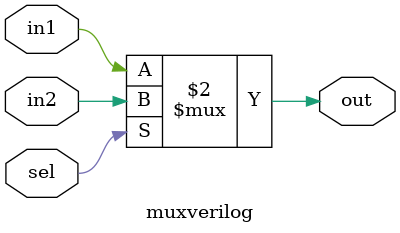
<source format=v>
module muxverilog(in1, in2, sel, out);
input in1, in2, sel;
output out;

assign out = sel == 1?in2:in1;

endmodule

</source>
